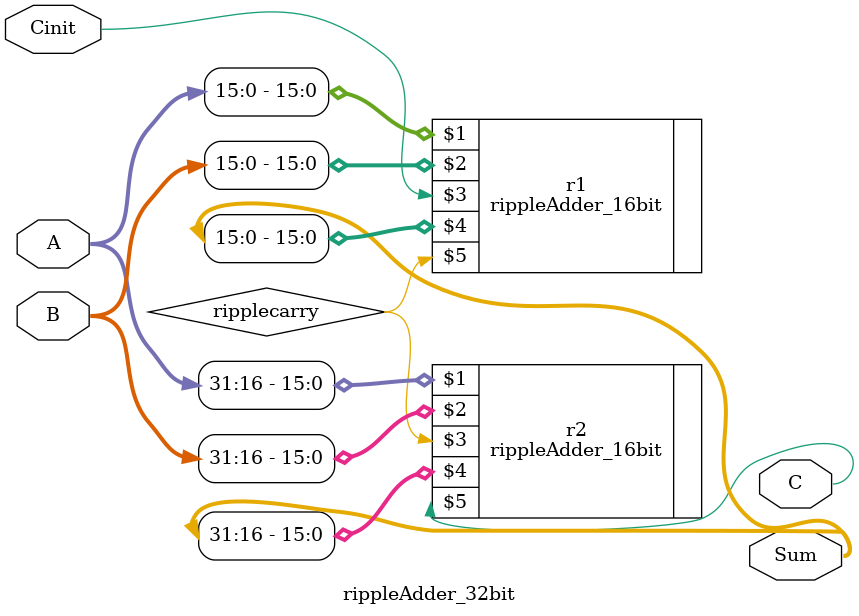
<source format=v>

module rippleAdder_32bit(A,B,Cinit,Sum,C);
    input[31:0] A,B;
    output[31:0] Sum;
    input Cinit;
    output C;

    wire ripplecarry;
    rippleAdder_16bit r1(A[15:0],B[15:0],Cinit,Sum[15:0],ripplecarry);
    rippleAdder_16bit r2(A[31:16],B[31:16],ripplecarry,Sum[31:16],C);

endmodule
</source>
